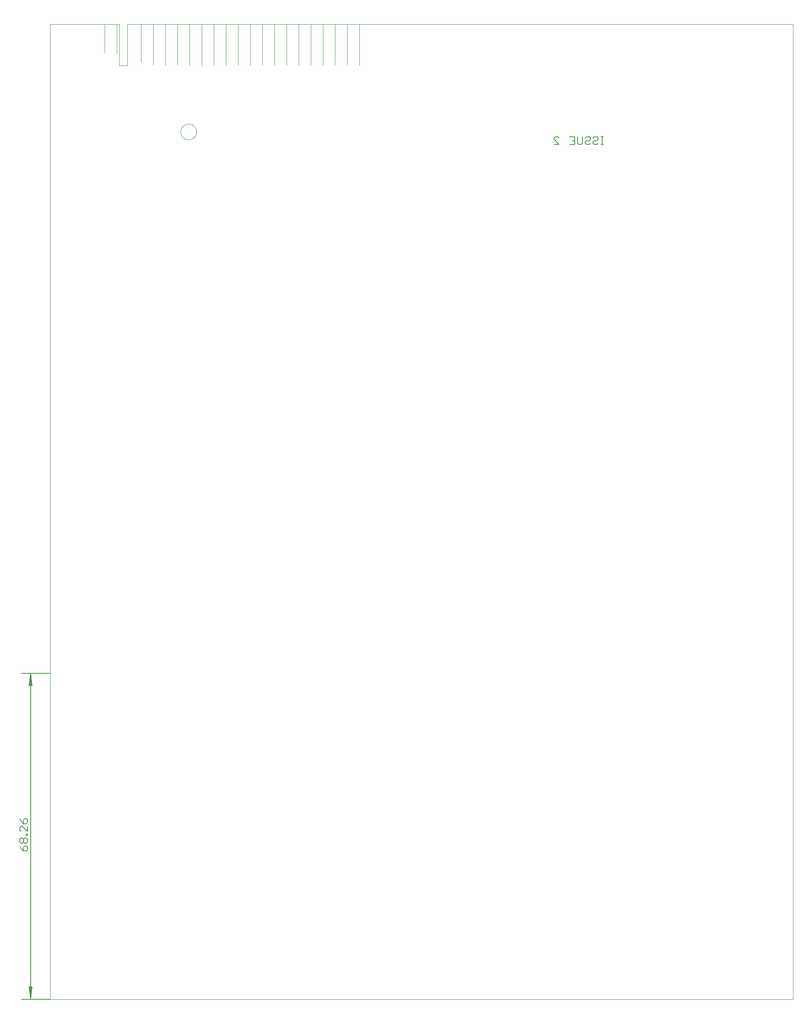
<source format=gbo>
G75*
%MOIN*%
%OFA0B0*%
%FSLAX25Y25*%
%IPPOS*%
%LPD*%
%AMOC8*
5,1,8,0,0,1.08239X$1,22.5*
%
%ADD10C,0.00000*%
%ADD11R,0.13600X0.00400*%
%ADD12R,0.01600X0.00400*%
%ADD13C,0.00600*%
%ADD14C,0.00512*%
D10*
X0028845Y0033933D02*
X0028845Y0837683D01*
X0073845Y0837683D01*
X0073845Y0813933D01*
X0083845Y0813933D02*
X0083845Y0837683D01*
X0073845Y0837683D01*
X0083845Y0837683D02*
X0085755Y0837683D01*
X0085755Y0803500D01*
X0092398Y0803500D01*
X0092398Y0837683D01*
X0103845Y0837683D01*
X0103845Y0806433D01*
X0113845Y0803933D02*
X0113845Y0837683D01*
X0103845Y0837683D02*
X0641266Y0837683D01*
X0641266Y0033933D01*
X0028845Y0033933D01*
X0136345Y0748933D02*
X0136347Y0749094D01*
X0136353Y0749254D01*
X0136363Y0749415D01*
X0136377Y0749575D01*
X0136395Y0749735D01*
X0136416Y0749894D01*
X0136442Y0750053D01*
X0136472Y0750211D01*
X0136505Y0750368D01*
X0136543Y0750525D01*
X0136584Y0750680D01*
X0136629Y0750834D01*
X0136678Y0750987D01*
X0136731Y0751139D01*
X0136787Y0751290D01*
X0136848Y0751439D01*
X0136911Y0751587D01*
X0136979Y0751733D01*
X0137050Y0751877D01*
X0137124Y0752019D01*
X0137202Y0752160D01*
X0137284Y0752298D01*
X0137369Y0752435D01*
X0137457Y0752569D01*
X0137549Y0752701D01*
X0137644Y0752831D01*
X0137742Y0752959D01*
X0137843Y0753084D01*
X0137947Y0753206D01*
X0138054Y0753326D01*
X0138164Y0753443D01*
X0138277Y0753558D01*
X0138393Y0753669D01*
X0138512Y0753778D01*
X0138633Y0753883D01*
X0138757Y0753986D01*
X0138883Y0754086D01*
X0139011Y0754182D01*
X0139142Y0754275D01*
X0139276Y0754365D01*
X0139411Y0754452D01*
X0139549Y0754535D01*
X0139688Y0754615D01*
X0139830Y0754691D01*
X0139973Y0754764D01*
X0140118Y0754833D01*
X0140265Y0754899D01*
X0140413Y0754961D01*
X0140563Y0755019D01*
X0140714Y0755074D01*
X0140867Y0755125D01*
X0141021Y0755172D01*
X0141176Y0755215D01*
X0141332Y0755254D01*
X0141488Y0755290D01*
X0141646Y0755321D01*
X0141804Y0755349D01*
X0141963Y0755373D01*
X0142123Y0755393D01*
X0142283Y0755409D01*
X0142443Y0755421D01*
X0142604Y0755429D01*
X0142765Y0755433D01*
X0142925Y0755433D01*
X0143086Y0755429D01*
X0143247Y0755421D01*
X0143407Y0755409D01*
X0143567Y0755393D01*
X0143727Y0755373D01*
X0143886Y0755349D01*
X0144044Y0755321D01*
X0144202Y0755290D01*
X0144358Y0755254D01*
X0144514Y0755215D01*
X0144669Y0755172D01*
X0144823Y0755125D01*
X0144976Y0755074D01*
X0145127Y0755019D01*
X0145277Y0754961D01*
X0145425Y0754899D01*
X0145572Y0754833D01*
X0145717Y0754764D01*
X0145860Y0754691D01*
X0146002Y0754615D01*
X0146141Y0754535D01*
X0146279Y0754452D01*
X0146414Y0754365D01*
X0146548Y0754275D01*
X0146679Y0754182D01*
X0146807Y0754086D01*
X0146933Y0753986D01*
X0147057Y0753883D01*
X0147178Y0753778D01*
X0147297Y0753669D01*
X0147413Y0753558D01*
X0147526Y0753443D01*
X0147636Y0753326D01*
X0147743Y0753206D01*
X0147847Y0753084D01*
X0147948Y0752959D01*
X0148046Y0752831D01*
X0148141Y0752701D01*
X0148233Y0752569D01*
X0148321Y0752435D01*
X0148406Y0752298D01*
X0148488Y0752160D01*
X0148566Y0752019D01*
X0148640Y0751877D01*
X0148711Y0751733D01*
X0148779Y0751587D01*
X0148842Y0751439D01*
X0148903Y0751290D01*
X0148959Y0751139D01*
X0149012Y0750987D01*
X0149061Y0750834D01*
X0149106Y0750680D01*
X0149147Y0750525D01*
X0149185Y0750368D01*
X0149218Y0750211D01*
X0149248Y0750053D01*
X0149274Y0749894D01*
X0149295Y0749735D01*
X0149313Y0749575D01*
X0149327Y0749415D01*
X0149337Y0749254D01*
X0149343Y0749094D01*
X0149345Y0748933D01*
X0149343Y0748772D01*
X0149337Y0748612D01*
X0149327Y0748451D01*
X0149313Y0748291D01*
X0149295Y0748131D01*
X0149274Y0747972D01*
X0149248Y0747813D01*
X0149218Y0747655D01*
X0149185Y0747498D01*
X0149147Y0747341D01*
X0149106Y0747186D01*
X0149061Y0747032D01*
X0149012Y0746879D01*
X0148959Y0746727D01*
X0148903Y0746576D01*
X0148842Y0746427D01*
X0148779Y0746279D01*
X0148711Y0746133D01*
X0148640Y0745989D01*
X0148566Y0745847D01*
X0148488Y0745706D01*
X0148406Y0745568D01*
X0148321Y0745431D01*
X0148233Y0745297D01*
X0148141Y0745165D01*
X0148046Y0745035D01*
X0147948Y0744907D01*
X0147847Y0744782D01*
X0147743Y0744660D01*
X0147636Y0744540D01*
X0147526Y0744423D01*
X0147413Y0744308D01*
X0147297Y0744197D01*
X0147178Y0744088D01*
X0147057Y0743983D01*
X0146933Y0743880D01*
X0146807Y0743780D01*
X0146679Y0743684D01*
X0146548Y0743591D01*
X0146414Y0743501D01*
X0146279Y0743414D01*
X0146141Y0743331D01*
X0146002Y0743251D01*
X0145860Y0743175D01*
X0145717Y0743102D01*
X0145572Y0743033D01*
X0145425Y0742967D01*
X0145277Y0742905D01*
X0145127Y0742847D01*
X0144976Y0742792D01*
X0144823Y0742741D01*
X0144669Y0742694D01*
X0144514Y0742651D01*
X0144358Y0742612D01*
X0144202Y0742576D01*
X0144044Y0742545D01*
X0143886Y0742517D01*
X0143727Y0742493D01*
X0143567Y0742473D01*
X0143407Y0742457D01*
X0143247Y0742445D01*
X0143086Y0742437D01*
X0142925Y0742433D01*
X0142765Y0742433D01*
X0142604Y0742437D01*
X0142443Y0742445D01*
X0142283Y0742457D01*
X0142123Y0742473D01*
X0141963Y0742493D01*
X0141804Y0742517D01*
X0141646Y0742545D01*
X0141488Y0742576D01*
X0141332Y0742612D01*
X0141176Y0742651D01*
X0141021Y0742694D01*
X0140867Y0742741D01*
X0140714Y0742792D01*
X0140563Y0742847D01*
X0140413Y0742905D01*
X0140265Y0742967D01*
X0140118Y0743033D01*
X0139973Y0743102D01*
X0139830Y0743175D01*
X0139688Y0743251D01*
X0139549Y0743331D01*
X0139411Y0743414D01*
X0139276Y0743501D01*
X0139142Y0743591D01*
X0139011Y0743684D01*
X0138883Y0743780D01*
X0138757Y0743880D01*
X0138633Y0743983D01*
X0138512Y0744088D01*
X0138393Y0744197D01*
X0138277Y0744308D01*
X0138164Y0744423D01*
X0138054Y0744540D01*
X0137947Y0744660D01*
X0137843Y0744782D01*
X0137742Y0744907D01*
X0137644Y0745035D01*
X0137549Y0745165D01*
X0137457Y0745297D01*
X0137369Y0745431D01*
X0137284Y0745568D01*
X0137202Y0745706D01*
X0137124Y0745847D01*
X0137050Y0745989D01*
X0136979Y0746133D01*
X0136911Y0746279D01*
X0136848Y0746427D01*
X0136787Y0746576D01*
X0136731Y0746727D01*
X0136678Y0746879D01*
X0136629Y0747032D01*
X0136584Y0747186D01*
X0136543Y0747341D01*
X0136505Y0747498D01*
X0136472Y0747655D01*
X0136442Y0747813D01*
X0136416Y0747972D01*
X0136395Y0748131D01*
X0136377Y0748291D01*
X0136363Y0748451D01*
X0136353Y0748612D01*
X0136347Y0748772D01*
X0136345Y0748933D01*
X0133845Y0803933D02*
X0133845Y0837683D01*
X0123845Y0837683D02*
X0123845Y0803933D01*
X0143845Y0803933D02*
X0143845Y0837683D01*
X0153845Y0837683D02*
X0153845Y0803933D01*
X0163845Y0803933D02*
X0163845Y0837683D01*
X0173845Y0837683D02*
X0173845Y0803933D01*
X0183845Y0803933D02*
X0183845Y0837683D01*
X0193845Y0837683D02*
X0193845Y0803933D01*
X0203845Y0803933D02*
X0203845Y0837683D01*
X0213845Y0837683D02*
X0213845Y0803933D01*
X0223845Y0803933D02*
X0223845Y0837683D01*
X0233845Y0837683D02*
X0233845Y0803933D01*
X0243845Y0803933D02*
X0243845Y0837683D01*
X0253845Y0837683D02*
X0253845Y0803933D01*
X0263845Y0803933D02*
X0263845Y0837683D01*
X0273845Y0837683D02*
X0273845Y0803933D01*
X0283845Y0803933D02*
X0283845Y0837683D01*
D11*
X0459845Y0279283D03*
X0459845Y0278883D03*
X0459845Y0278483D03*
X0477445Y0278483D03*
X0477445Y0278883D03*
X0477445Y0279283D03*
X0477445Y0277333D03*
X0477445Y0276933D03*
X0477445Y0276533D03*
X0477445Y0274133D03*
X0477445Y0273733D03*
X0477445Y0273333D03*
X0495045Y0273333D03*
X0495045Y0273733D03*
X0495045Y0274133D03*
X0495045Y0278483D03*
X0495045Y0278883D03*
X0495045Y0279283D03*
X0509845Y0279283D03*
X0509845Y0278883D03*
X0509845Y0278483D03*
X0527445Y0278483D03*
X0527445Y0278883D03*
X0527445Y0279283D03*
X0527445Y0277333D03*
X0527445Y0276933D03*
X0527445Y0276533D03*
X0527445Y0274133D03*
X0527445Y0273733D03*
X0527445Y0273333D03*
D12*
X0521445Y0274533D03*
X0521445Y0274933D03*
X0521445Y0275333D03*
X0521445Y0275733D03*
X0521445Y0276133D03*
X0518645Y0276133D03*
X0518645Y0275733D03*
X0518645Y0275333D03*
X0518645Y0274933D03*
X0518645Y0274533D03*
X0518645Y0274133D03*
X0518645Y0273733D03*
X0518645Y0273333D03*
X0515845Y0273333D03*
X0515845Y0273733D03*
X0515845Y0274133D03*
X0515845Y0274533D03*
X0515845Y0274933D03*
X0515845Y0275333D03*
X0515845Y0275733D03*
X0515845Y0276133D03*
X0515845Y0276533D03*
X0515845Y0276933D03*
X0515845Y0277333D03*
X0515845Y0277683D03*
X0515845Y0277733D03*
X0515845Y0278083D03*
X0515845Y0278133D03*
X0515845Y0278533D03*
X0518645Y0278533D03*
X0518645Y0278483D03*
X0518645Y0278133D03*
X0518645Y0278083D03*
X0518645Y0277733D03*
X0518645Y0277683D03*
X0518645Y0277333D03*
X0518645Y0276933D03*
X0518645Y0276533D03*
X0518645Y0278883D03*
X0518645Y0279283D03*
X0518645Y0280883D03*
X0518645Y0281283D03*
X0518645Y0281683D03*
X0533445Y0278533D03*
X0533445Y0278133D03*
X0533445Y0278083D03*
X0533445Y0277733D03*
X0533445Y0277683D03*
X0503845Y0277683D03*
X0503845Y0277733D03*
X0503845Y0278083D03*
X0503845Y0278133D03*
X0503845Y0278533D03*
X0503845Y0277333D03*
X0503845Y0276933D03*
X0503845Y0276533D03*
X0503845Y0276133D03*
X0503845Y0275733D03*
X0503845Y0275333D03*
X0503845Y0274933D03*
X0503845Y0274533D03*
X0503845Y0274133D03*
X0503845Y0273733D03*
X0503845Y0273333D03*
X0501045Y0274533D03*
X0501045Y0274933D03*
X0501045Y0275333D03*
X0501045Y0275733D03*
X0501045Y0276133D03*
X0501045Y0276533D03*
X0501045Y0276933D03*
X0501045Y0277333D03*
X0501045Y0277683D03*
X0501045Y0277733D03*
X0501045Y0278083D03*
X0501045Y0278133D03*
X0501045Y0278533D03*
X0486245Y0278533D03*
X0486245Y0278483D03*
X0486245Y0278133D03*
X0486245Y0278083D03*
X0486245Y0277733D03*
X0486245Y0277683D03*
X0486245Y0277333D03*
X0486245Y0276933D03*
X0486245Y0276533D03*
X0486245Y0276133D03*
X0486245Y0275733D03*
X0486245Y0275333D03*
X0486245Y0274933D03*
X0486245Y0274533D03*
X0486245Y0274133D03*
X0486245Y0273733D03*
X0486245Y0273333D03*
X0483445Y0274533D03*
X0483445Y0274933D03*
X0483445Y0275333D03*
X0483445Y0275733D03*
X0483445Y0276133D03*
X0486245Y0278883D03*
X0486245Y0279283D03*
X0486245Y0279683D03*
X0486245Y0280083D03*
X0486245Y0280483D03*
X0486245Y0280883D03*
X0486245Y0281283D03*
X0486245Y0281683D03*
X0486245Y0282083D03*
X0471445Y0278533D03*
X0471445Y0278133D03*
X0471445Y0278083D03*
X0471445Y0277733D03*
X0471445Y0277683D03*
X0471445Y0276133D03*
X0471445Y0275733D03*
X0471445Y0275333D03*
X0471445Y0274933D03*
X0471445Y0274533D03*
X0468645Y0274533D03*
X0468645Y0274133D03*
X0468645Y0273733D03*
X0468645Y0273333D03*
X0468645Y0274933D03*
X0468645Y0275333D03*
X0468645Y0275733D03*
X0468645Y0276133D03*
X0468645Y0276533D03*
X0468645Y0276933D03*
X0468645Y0277333D03*
X0468645Y0277683D03*
X0468645Y0277733D03*
X0468645Y0278083D03*
X0468645Y0278133D03*
X0468645Y0278483D03*
X0468645Y0278533D03*
X0468645Y0278883D03*
X0468645Y0279283D03*
X0468645Y0280883D03*
X0468645Y0281283D03*
X0468645Y0281683D03*
X0465845Y0278533D03*
X0465845Y0278133D03*
X0465845Y0278083D03*
X0465845Y0277733D03*
X0465845Y0277683D03*
X0465845Y0277333D03*
X0465845Y0276933D03*
X0465845Y0276533D03*
X0465845Y0276133D03*
X0465845Y0275733D03*
X0465845Y0275333D03*
X0465845Y0274933D03*
X0465845Y0274533D03*
X0465845Y0274133D03*
X0465845Y0273733D03*
X0465845Y0273333D03*
D13*
X0466775Y0738483D02*
X0464639Y0738483D01*
X0463572Y0739551D01*
X0463572Y0744889D01*
X0461397Y0744889D02*
X0461397Y0738483D01*
X0457126Y0738483D01*
X0459262Y0741686D02*
X0461397Y0741686D01*
X0461397Y0744889D02*
X0457126Y0744889D01*
X0448506Y0743821D02*
X0447438Y0744889D01*
X0445303Y0744889D01*
X0444235Y0743821D01*
X0444235Y0742753D01*
X0448506Y0738483D01*
X0444235Y0738483D01*
X0466775Y0738483D02*
X0467842Y0739551D01*
X0467842Y0744889D01*
X0470017Y0743821D02*
X0471085Y0744889D01*
X0473220Y0744889D01*
X0474288Y0743821D01*
X0474288Y0742753D01*
X0473220Y0741686D01*
X0471085Y0741686D01*
X0470017Y0740618D01*
X0470017Y0739551D01*
X0471085Y0738483D01*
X0473220Y0738483D01*
X0474288Y0739551D01*
X0476463Y0739551D02*
X0477530Y0738483D01*
X0479666Y0738483D01*
X0480733Y0739551D01*
X0479666Y0741686D02*
X0477530Y0741686D01*
X0476463Y0740618D01*
X0476463Y0739551D01*
X0479666Y0741686D02*
X0480733Y0742753D01*
X0480733Y0743821D01*
X0479666Y0744889D01*
X0477530Y0744889D01*
X0476463Y0743821D01*
X0482895Y0744889D02*
X0485030Y0744889D01*
X0483963Y0744889D02*
X0483963Y0738483D01*
X0485030Y0738483D02*
X0482895Y0738483D01*
X0008966Y0182962D02*
X0007898Y0182962D01*
X0006831Y0181895D01*
X0006831Y0178692D01*
X0008966Y0178692D01*
X0010033Y0179760D01*
X0010033Y0181895D01*
X0008966Y0182962D01*
X0004695Y0180827D02*
X0006831Y0178692D01*
X0005763Y0176517D02*
X0010033Y0172247D01*
X0010033Y0176517D01*
X0005763Y0176517D02*
X0004695Y0176517D01*
X0003628Y0175449D01*
X0003628Y0173314D01*
X0004695Y0172247D01*
X0008966Y0170091D02*
X0010033Y0170091D01*
X0010033Y0169024D01*
X0008966Y0169024D01*
X0008966Y0170091D01*
X0008966Y0166849D02*
X0010033Y0165781D01*
X0010033Y0163646D01*
X0008966Y0162578D01*
X0007898Y0162578D01*
X0006831Y0163646D01*
X0006831Y0165781D01*
X0007898Y0166849D01*
X0008966Y0166849D01*
X0006831Y0165781D02*
X0005763Y0166849D01*
X0004695Y0166849D01*
X0003628Y0165781D01*
X0003628Y0163646D01*
X0004695Y0162578D01*
X0005763Y0162578D01*
X0006831Y0163646D01*
X0007898Y0160403D02*
X0006831Y0159336D01*
X0006831Y0156133D01*
X0008966Y0156133D01*
X0010033Y0157201D01*
X0010033Y0159336D01*
X0008966Y0160403D01*
X0007898Y0160403D01*
X0004695Y0158268D02*
X0006831Y0156133D01*
X0004695Y0158268D02*
X0003628Y0160403D01*
X0004695Y0180827D02*
X0003628Y0182962D01*
D14*
X0004918Y0033933D02*
X0028845Y0033933D01*
X0012595Y0034189D02*
X0013619Y0044169D01*
X0013852Y0044169D02*
X0012595Y0034189D01*
X0011572Y0044169D01*
X0011338Y0044169D02*
X0013852Y0044169D01*
X0013107Y0044169D02*
X0012595Y0034189D01*
X0012083Y0044169D01*
X0011338Y0044169D02*
X0012595Y0034189D01*
X0012595Y0302427D01*
X0013619Y0292447D01*
X0013852Y0292447D02*
X0012595Y0302427D01*
X0011572Y0292447D01*
X0011338Y0292447D02*
X0013852Y0292447D01*
X0013107Y0292447D02*
X0012595Y0302427D01*
X0012083Y0292447D01*
X0011338Y0292447D02*
X0012595Y0302427D01*
X0004918Y0302683D02*
X0028845Y0302683D01*
M02*

</source>
